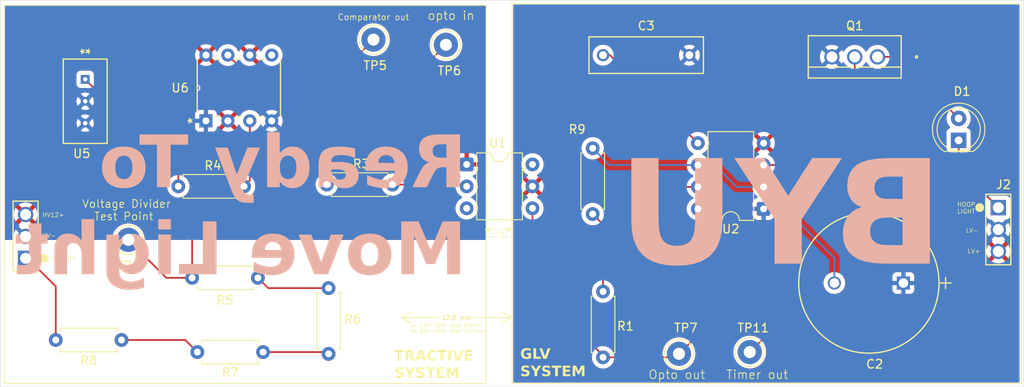
<source format=kicad_pcb>
(kicad_pcb (version 20241229) (generator "pcbnew") (generator_version "9.0")
  (layers (0 "F.Cu" signal) (2 "B.Cu" signal) (13 "F.Paste" user) (15 "B.Paste" user) (5 "F.SilkS" user "F.Silkscreen") (7 "B.SilkS" user "B.Silkscreen") (1 "F.Mask" user) (3 "B.Mask" user) (25 "Edge.Cuts" user))
  (net 0 "")
  (net 1 "Net-(U2-THR)")
  (net 2 "/LV-")
  (net 3 "Net-(U2-CV)")
  (net 4 "/HV-")
  (net 5 "/HV390+")
  (net 6 "/HoopLight")
  (net 7 "/TimerOut")
  (net 8 "Net-(U2-DIS)")
  (net 9 "Net-(U2-VCC)")
  (net 10 "Net-(R3-Pad2)")
  (net 13 "/VolDivTestPoint")
  (net 14 "Net-(R4-Pad2)")
  (net 15 "Net-(R5-Pad2)")
  (net 16 "Net-(R6-Pad2)")
  (net 17 "Net-(R7-Pad2)")
  (net 18 "/HV12+")
  (net 19 "/LV+")
  (net 21 "/comparator out")
  (net 22 "Net-(D1-A)")
  (footprint "Resistor_THT:R_Axial_DIN0207_L6.3mm_D2.5mm_P7.62mm_Horizontal" (layer "F.Cu") (at 148.6 109.59 -90)
    (property "Reference" "R1" (at 4.01 -2.6 180) (layer "F.SilkS"))
    (property "Value" "1kohm" (hide yes))
    (fp_line (start 0.54 1.37) (end 7.08 1.37) (stroke (width 0.12)) (layer "F.SilkS"))
    (fp_line (start 7.08 1.37) (end 7.08 1.04) (stroke (width 0.12)) (layer "F.SilkS"))
    (fp_line (start 0.54 1.04) (end 0.54 1.37) (stroke (width 0.12)) (layer "F.SilkS"))
    (fp_line (start 0.54 -1.04) (end 0.54 -1.37) (stroke (width 0.12)) (layer "F.SilkS"))
    (fp_line (start 0.54 -1.37) (end 7.08 -1.37) (stroke (width 0.12)) (layer "F.SilkS"))
    (fp_line (start 7.08 -1.37) (end 7.08 -1.04) (stroke (width 0.12)) (layer "F.SilkS"))
    (pad "1" thru_hole circle (at 0 0 270) (size 1.6 1.6) (drill 0.8) (layers "*.Cu" "*.Mask") (net 8 "Net-(U2-DIS)"))
    (pad "2" thru_hole circle (at 7.62 0 270) (size 1.6 1.6) (drill 0.8) (layers "*.Cu" "*.Mask") (net 9 "Net-(U2-VCC)"))
  )
  (footprint "Resistor_THT:R_Axial_DIN0207_L6.3mm_D2.5mm_P7.62mm_Horizontal" (layer "F.Cu") (at 109.21 116.6 180)
    (property "Reference" "R7" (at 3.81 -2.37 0) (layer "F.SilkS"))
    (property "Value" "270kohm" (hide yes))
    (fp_line (start 7.08 1.37) (end 7.08 1.04) (stroke (width 0.12)) (layer "F.SilkS"))
    (fp_line (start 7.08 -1.37) (end 7.08 -1.04) (stroke (width 0.12)) (layer "F.SilkS"))
    (fp_line (start 0.54 1.37) (end 7.08 1.37) (stroke (width 0.12)) (layer "F.SilkS"))
    (fp_line (start 0.54 1.04) (end 0.54 1.37) (stroke (width 0.12)) (layer "F.SilkS"))
    (fp_line (start 0.54 -1.04) (end 0.54 -1.37) (stroke (width 0.12)) (layer "F.SilkS"))
    (fp_line (start 0.54 -1.37) (end 7.08 -1.37) (stroke (width 0.12)) (layer "F.SilkS"))
    (pad "1" thru_hole circle (at 0 0 180) (size 1.6 1.6) (drill 0.8) (layers "*.Cu" "*.Mask") (net 16 "Net-(R6-Pad2)"))
    (pad "2" thru_hole circle (at 7.62 0 180) (size 1.6 1.6) (drill 0.8) (layers "*.Cu" "*.Mask") (net 17 "Net-(R7-Pad2)"))
  )
  (footprint "Resistor_THT:R_Axial_DIN0207_L6.3mm_D2.5mm_P7.62mm_Horizontal" (layer "F.Cu") (at 116.59 97.2)
    (property "Reference" "R3" (at 4.01 -2.4 0) (layer "F.SilkS"))
    (property "Value" "1kohm" (hide yes))
    (fp_line (start 0.54 -1.37) (end 7.08 -1.37) (stroke (width 0.12)) (layer "F.SilkS"))
    (fp_line (start 0.54 -1.04) (end 0.54 -1.37) (stroke (width 0.12)) (layer "F.SilkS"))
    (fp_line (start 0.54 1.04) (end 0.54 1.37) (stroke (width 0.12)) (layer "F.SilkS"))
    (fp_line (start 0.54 1.37) (end 7.08 1.37) (stroke (width 0.12)) (layer "F.SilkS"))
    (fp_line (start 7.08 -1.37) (end 7.08 -1.04) (stroke (width 0.12)) (layer "F.SilkS"))
    (fp_line (start 7.08 1.37) (end 7.08 1.04) (stroke (width 0.12)) (layer "F.SilkS"))
    (pad "1" thru_hole circle (at 0 0) (size 1.6 1.6) (drill 0.8) (layers "*.Cu" "*.Mask") (net 21 "/comparator out"))
    (pad "2" thru_hole circle (at 7.62 0) (size 1.6 1.6) (drill 0.8) (layers "*.Cu" "*.Mask") (net 10 "Net-(R3-Pad2)"))
  )
  (footprint "Resistor_THT:R_Axial_DIN0207_L6.3mm_D2.5mm_P7.62mm_Horizontal" (layer "F.Cu") (at 116.8 109.19 -90)
    (property "Reference" "R6" (at 3.61 -2.8 180) (layer "F.SilkS"))
    (property "Value" "270kohm" (hide yes))
    (fp_line (start 0.54 1.37) (end 7.08 1.37) (stroke (width 0.12)) (layer "F.SilkS"))
    (fp_line (start 7.08 1.37) (end 7.08 1.04) (stroke (width 0.12)) (layer "F.SilkS"))
    (fp_line (start 0.54 1.04) (end 0.54 1.37) (stroke (width 0.12)) (layer "F.SilkS"))
    (fp_line (start 0.54 -1.04) (end 0.54 -1.37) (stroke (width 0.12)) (layer "F.SilkS"))
    (fp_line (start 0.54 -1.37) (end 7.08 -1.37) (stroke (width 0.12)) (layer "F.SilkS"))
    (fp_line (start 7.08 -1.37) (end 7.08 -1.04) (stroke (width 0.12)) (layer "F.SilkS"))
    (pad "1" thru_hole circle (at 0 0 270) (size 1.6 1.6) (drill 0.8) (layers "*.Cu" "*.Mask") (net 15 "Net-(R5-Pad2)"))
    (pad "2" thru_hole circle (at 7.62 0 270) (size 1.6 1.6) (drill 0.8) (layers "*.Cu" "*.Mask") (net 16 "Net-(R6-Pad2)"))
  )
  (footprint "Resistor_THT:R_Axial_DIN0207_L6.3mm_D2.5mm_P7.62mm_Horizontal" (layer "F.Cu") (at 92.81 115.2 180)
    (property "Reference" "R8" (at 3.81 -2.37 0) (layer "F.SilkS"))
    (property "Value" "270kohm" (hide yes))
    (fp_line (start 7.08 1.37) (end 7.08 1.04) (stroke (width 0.12)) (layer "F.SilkS"))
    (fp_line (start 7.08 -1.37) (end 7.08 -1.04) (stroke (width 0.12)) (layer "F.SilkS"))
    (fp_line (start 0.54 1.37) (end 7.08 1.37) (stroke (width 0.12)) (layer "F.SilkS"))
    (fp_line (start 0.54 1.04) (end 0.54 1.37) (stroke (width 0.12)) (layer "F.SilkS"))
    (fp_line (start 0.54 -1.04) (end 0.54 -1.37) (stroke (width 0.12)) (layer "F.SilkS"))
    (fp_line (start 0.54 -1.37) (end 7.08 -1.37) (stroke (width 0.12)) (layer "F.SilkS"))
    (pad "1" thru_hole circle (at 0 0 180) (size 1.6 1.6) (drill 0.8) (layers "*.Cu" "*.Mask") (net 17 "Net-(R7-Pad2)"))
    (pad "2" thru_hole circle (at 7.62 0 180) (size 1.6 1.6) (drill 0.8) (layers "*.Cu" "*.Mask") (net 5 "/HV390+"))
  )
  (footprint "TestPoint:TestPoint_Loop_D2.60mm_Drill1.4mm_Beaded" (layer "F.Cu") (at 122 80.4)
    (property "Reference" "TP5" (at 0.2 3 0) (layer "F.SilkS"))
    (property "Value" "TestPoint comp out" (hide yes))
    (fp_circle (center 0 0) (end 1.7 0) (stroke (width 0.12)) (fill no) (layer "F.SilkS"))
    (pad "1" thru_hole circle (at 0 0) (size 2.8 2.8) (drill 1.4) (layers "*.Cu" "*.Mask") (net 21 "/comparator out"))
  )
  (footprint "3pin male header:CONN_G800W305xxxEU_AMP" (layer "F.Cu") (at 81.692 105.74 90)
    (property "Reference" "J1" (at 2.54 0 90) (layer "F.SilkS"))
    (property "Value" "3pin male header")
    (fp_line (start 6.6294 -1.4478) (end -1.5494 -1.4478) (stroke (width 0.1524)) (layer "F.SilkS"))
    (fp_line (start -1.5494 -1.4478) (end -1.5494 1.4478) (stroke (width 0.1524)) (layer "F.SilkS"))
    (fp_line (start 6.6294 1.4478) (end 6.6294 -1.4478) (stroke (width 0.1524)) (layer "F.SilkS"))
    (fp_line (start -1.5494 1.4478) (end 6.6294 1.4478) (stroke (width 0.1524)) (layer "F.SilkS"))
    (fp_circle (center 0 2.159) (end 0.254 2.159) (stroke (width 0.508)) (fill no) (layer "F.SilkS"))
    (pad "1" thru_hole rect (at 0 0 90) (size 1.778 1.778) (drill 1.27) (layers "*.Cu" "*.Mask") (net 5 "/HV390+"))
    (pad "2" thru_hole circle (at 2.54 0 90) (size 1.778 1.778) (drill 1.27) (layers "*.Cu" "*.Mask") (net 4 "/HV-"))
    (pad "3" thru_hole circle (at 5.08 0 90) (size 1.778 1.778) (drill 1.27) (layers "*.Cu" "*.Mask") (net 18 "/HV12+"))
  )
  (footprint "Package_DIP:DIP-6_W7.62mm" (layer "F.Cu") (at 132.8 94.86)
    (property "Reference" "U1" (at 3.6 -2.46 0) (layer "F.SilkS"))
    (property "Value" "4N35 optocoupler" (hide yes))
    (fp_line (start 1.16 -1.33) (end 1.16 6.41) (stroke (width 0.12)) (layer "F.SilkS"))
    (fp_line (start 1.16 6.41) (end 6.46 6.41) (stroke (width 0.12)) (layer "F.SilkS"))
    (fp_line (start 2.81 -1.33) (end 1.16 -1.33) (stroke (width 0.12)) (layer "F.SilkS"))
    (fp_line (start 6.46 -1.33) (end 4.81 -1.33) (stroke (width 0.12)) (layer "F.SilkS"))
    (fp_line (start 6.46 6.41) (end 6.46 -1.33) (stroke (width 0.12)) (layer "F.SilkS"))
    (fp_arc (start 4.81 -1.33) (mid 3.81 -0.33) (end 2.81 -1.33) (stroke (width 0.12)) (layer "F.SilkS"))
    (pad "1" thru_hole roundrect (at 0 0) (size 1.6 1.6) (drill 0.8) (layers "*.Cu" "*.Mask") (roundrect_rratio 0.15625) (net 18 "/HV12+"))
    (pad "2" thru_hole circle (at 0 2.54) (size 1.6 1.6) (drill 0.8) (layers "*.Cu" "*.Mask") (net 10 "Net-(R3-Pad2)"))
    (pad "3" thru_hole circle (at 0 5.08) (size 1.6 1.6) (drill 0.8) (layers "*.Cu" "*.Mask"))
    (pad "4" thru_hole circle (at 7.62 5.08) (size 1.6 1.6) (drill 0.8) (layers "*.Cu" "*.Mask") (net 9 "Net-(U2-VCC)"))
    (pad "5" thru_hole circle (at 7.62 2.54) (size 1.6 1.6) (drill 0.8) (layers "*.Cu" "*.Mask") (net 19 "/LV+"))
    (pad "6" thru_hole circle (at 7.62 0) (size 1.6 1.6) (drill 0.8) (layers "*.Cu" "*.Mask"))
  )
  (footprint "Resistor_THT:R_Axial_DIN0207_L6.3mm_D2.5mm_P7.62mm_Horizontal" (layer "F.Cu") (at 100.99 108)
    (property "Reference" "R5" (at 3.81 2.6 0) (layer "F.SilkS"))
    (property "Value" "270kohm" (hide yes))
    (fp_line (start 0.54 -1.37) (end 7.08 -1.37) (stroke (width 0.12)) (layer "F.SilkS"))
    (fp_line (start 0.54 -1.04) (end 0.54 -1.37) (stroke (width 0.12)) (layer "F.SilkS"))
    (fp_line (start 0.54 1.04) (end 0.54 1.37) (stroke (width 0.12)) (layer "F.SilkS"))
    (fp_line (start 0.54 1.37) (end 7.08 1.37) (stroke (width 0.12)) (layer "F.SilkS"))
    (fp_line (start 7.08 -1.37) (end 7.08 -1.04) (stroke (width 0.12)) (layer "F.SilkS"))
    (fp_line (start 7.08 1.37) (end 7.08 1.04) (stroke (width 0.12)) (layer "F.SilkS"))
    (pad "1" thru_hole circle (at 0 0) (size 1.6 1.6) (drill 0.8) (layers "*.Cu" "*.Mask") (net 13 "/VolDivTestPoint"))
    (pad "2" thru_hole circle (at 7.62 0) (size 1.6 1.6) (drill 0.8) (layers "*.Cu" "*.Mask") (net 15 "Net-(R5-Pad2)"))
  )
  (footprint "TestPoint:TestPoint_Loop_D2.60mm_Drill1.4mm_Beaded" (layer "F.Cu") (at 157.4 116.8)
    (property "Reference" "TP7" (at 0.8 -3 0) (layer "F.SilkS"))
    (property "Value" "TestPoint opto out" (hide yes))
    (fp_circle (center 0 0) (end 1.7 0) (stroke (width 0.12)) (fill no) (layer "F.SilkS"))
    (pad "1" thru_hole circle (at 0 0) (size 2.8 2.8) (drill 1.4) (layers "*.Cu" "*.Mask") (net 9 "Net-(U2-VCC)"))
  )
  (footprint "Resistor_THT:R_Axial_DIN0207_L6.3mm_D2.5mm_P7.62mm_Horizontal" (layer "F.Cu") (at 147.4 92.99 -90)
    (property "Reference" "R9" (at -2.19 1.8 180) (layer "F.SilkS"))
    (property "Value" "10kohm" (hide yes))
    (fp_line (start 0.54 1.37) (end 7.08 1.37) (stroke (width 0.12)) (layer "F.SilkS"))
    (fp_line (start 7.08 1.37) (end 7.08 1.04) (stroke (width 0.12)) (layer "F.SilkS"))
    (fp_line (start 0.54 1.04) (end 0.54 1.37) (stroke (width 0.12)) (layer "F.SilkS"))
    (fp_line (start 0.54 -1.04) (end 0.54 -1.37) (stroke (width 0.12)) (layer "F.SilkS"))
    (fp_line (start 0.54 -1.37) (end 7.08 -1.37) (stroke (width 0.12)) (layer "F.SilkS"))
    (fp_line (start 7.08 -1.37) (end 7.08 -1.04) (stroke (width 0.12)) (layer "F.SilkS"))
    (pad "1" thru_hole circle (at 0 0 270) (size 1.6 1.6) (drill 0.8) (layers "*.Cu" "*.Mask") (net 1 "Net-(U2-THR)"))
    (pad "2" thru_hole circle (at 7.62 0 270) (size 1.6 1.6) (drill 0.8) (layers "*.Cu" "*.Mask") (net 8 "Net-(U2-DIS)"))
  )
  (footprint "pot 10k:3296W-1-103_BRN" (layer "F.Cu") (at 88.6 85 -90)
    (property "Reference" "U5" (at 8.6 0.4 0) (layer "F.SilkS"))
    (property "Value" "10k Potentiometer" (hide yes))
    (fp_line (start -2.3495 2.54) (end 7.4295 2.54) (stroke (width 0.1524)) (layer "F.SilkS"))
    (fp_line (start 7.4295 2.54) (end 7.4295 -2.54) (stroke (width 0.1524)) (layer "F.SilkS"))
    (fp_line (start -2.3495 -2.54) (end -2.3495 2.54) (stroke (width 0.1524)) (layer "F.SilkS"))
    (fp_line (start 7.4295 -2.54) (end -2.3495 -2.54) (stroke (width 0.1524)) (layer "F.SilkS"))
    (fp_text user "*" (at -3.2385 0 270) (layer "F.SilkS"))
    (fp_text user "*" (at -3.2385 0 90) (layer "F.SilkS"))
    (pad "1" thru_hole rect (at 0 0 270) (size 1.016 1.016) (drill 0.508) (layers "*.Cu" "*.Mask") (net 14 "Net-(R4-Pad2)"))
    (pad "2" thru_hole circle (at 2.54 0 270) (size 1.016 1.016) (drill 0.508) (layers "*.Cu" "*.Mask") (net 4 "/HV-"))
    (pad "3" thru_hole circle (at 5.08 0 270) (size 1.016 1.016) (drill 0.508) (layers "*.Cu" "*.Mask") (net 4 "/HV-"))
  )
  (footprint "Package_DIP:DIP-8_W7.62mm" (layer "F.Cu") (at 167.205 100.01 180)
    (property "Reference" "U2" (at 3.81 -2.33 0) (layer "F.SilkS"))
    (property "Value" "NE555P timer" (hide yes))
    (fp_line (start 6.46 8.95) (end 6.46 -1.33) (stroke (width 0.12)) (layer "F.SilkS"))
    (fp_line (start 6.46 -1.33) (end 4.81 -1.33) (stroke (width 0.12)) (layer "F.SilkS"))
    (fp_line (start 2.81 -1.33) (end 1.16 -1.33) (stroke (width 0.12)) (layer "F.SilkS"))
    (fp_line (start 1.16 8.95) (end 6.46 8.95) (stroke (width 0.12)) (layer "F.SilkS"))
    (fp_line (start 1.16 -1.33) (end 1.16 8.95) (stroke (width 0.12)) (layer "F.SilkS"))
    (fp_arc (start 4.81 -1.33) (mid 3.81 -0.33) (end 2.81 -1.33) (stroke (width 0.12)) (layer "F.SilkS"))
    (pad "1" thru_hole roundrect (at 0 0 180) (size 1.6 1.6) (drill 0.8) (layers "*.Cu" "*.Mask") (roundrect_rratio 0.15625) (net 2 "/LV-"))
    (pad "2" thru_hole circle (at 0 2.54 180) (size 1.6 1.6) (drill 0.8) (layers "*.Cu" "*.Mask") (net 1 "Net-(U2-THR)"))
    (pad "3" thru_hole circle (at 0 5.08 180) (size 1.6 1.6) (drill 0.8) (layers "*.Cu" "*.Mask") (net 7 "/TimerOut"))
    (pad "4" thru_hole circle (at 0 7.62 180) (size 1.6 1.6) (drill 0.8) (layers "*.Cu" "*.Mask") (net 19 "/LV+"))
    (pad "5" thru_hole circle (at 7.62 7.62 180) (size 1.6 1.6) (drill 0.8) (layers "*.Cu" "*.Mask") (net 3 "Net-(U2-CV)"))
    (pad "6" thru_hole circle (at 7.62 5.08 180) (size 1.6 1.6) (drill 0.8) (layers "*.Cu" "*.Mask") (net 1 "Net-(U2-THR)"))
    (pad "7" thru_hole circle (at 7.62 2.54 180) (size 1.6 1.6) (drill 0.8) (layers "*.Cu" "*.Mask") (net 8 "Net-(U2-DIS)"))
    (pad "8" thru_hole circle (at 7.62 0 180) (size 1.6 1.6) (drill 0.8) (layers "*.Cu" "*.Mask") (net 9 "Net-(U2-VCC)"))
  )
  (footprint "TestPoint:TestPoint_Loop_D2.60mm_Drill1.4mm_Beaded" (layer "F.Cu") (at 93.6 103.6)
    (property "Reference" "TP1" (at 0 3 0) (layer "F.SilkS"))
    (property "Value" "TestPoint VolDiv" (hide yes))
    (fp_circle (center 0 0) (end 1.7 0) (stroke (width 0.12)) (fill no) (layer "F.SilkS"))
    (pad "1" thru_hole circle (at 0 0) (size 2.8 2.8) (drill 1.4) (layers "*.Cu" "*.Mask") (net 13 "/VolDivTestPoint"))
  )
  (footprint "TestPoint:TestPoint_Loop_D2.60mm_Drill1.4mm_Beaded" (layer "F.Cu") (at 130.4 81)
    (property "Reference" "TP6" (at 0.4 3 0) (layer "F.SilkS"))
    (property "Value" "TestPoint opto in" (hide yes))
    (fp_circle (center 0 0) (end 1.7 0) (stroke (width 0.12)) (fill no) (layer "F.SilkS"))
    (pad "1" thru_hole circle (at 0 0) (size 2.8 2.8) (drill 1.4) (layers "*.Cu" "*.Mask") (net 10 "Net-(R3-Pad2)"))
  )
  (footprint "22uf capacitor:PCAP_16x20-THRU-ELECT_NCA" (layer "F.Cu") (at 183.4 108.6 180)
    (property "Reference" "C2" (at 3.33375 -9.4 0) (layer "F.SilkS"))
    (property "Value" "22uf" (hide yes))
    (fp_line (start -4.8895 -0.635) (end -4.8895 0.635) (stroke (width 0.1524)) (layer "F.SilkS"))
    (fp_line (start -5.5245 0) (end -4.2545 0) (stroke (width 0.1524)) (layer "F.SilkS"))
    (fp_circle (center 4.0005 0) (end 12.1285 0) (stroke (width 0.1524)) (fill no) (layer "F.SilkS"))
    (pad "1" thru_hole rect (at 0 0 180) (size 1.524 1.524) (drill 1.1176) (layers "*.Cu" "*.Mask") (net 2 "/LV-"))
    (pad "2" thru_hole circle (at 8.001 0 180) (size 1.524 1.524) (drill 1.1176) (layers "*.Cu" "*.Mask") (net 1 "Net-(U2-THR)"))
  )
  (footprint "LM311N_NOPB:N08E" (layer "F.Cu") (at 110.21 82.19 90)
    (property "Reference" "U6" (at -3.81 -10.61 0) (layer "F.SilkS"))
    (property "Value" "LM311N/NOPB comparator" (hide yes))
    (fp_line (start -0.508 -8.636) (end -6.643058 -8.636) (stroke (width 0.1524)) (layer "F.SilkS"))
    (fp_line (start -7.112 -6.52526) (end -7.112 -6.049738) (stroke (width 0.1524)) (layer "F.SilkS"))
    (fp_line (start -0.508 -6.049738) (end -0.508 -6.650262) (stroke (width 0.1524)) (layer "F.SilkS"))
    (fp_line (start -7.112 -4.110262) (end -7.112 -3.509738) (stroke (width 0.1524)) (layer "F.SilkS"))
    (fp_line (start -0.508 -3.509738) (end -0.508 -4.110262) (stroke (width 0.1524)) (layer "F.SilkS"))
    (fp_line (start -7.112 -1.570262) (end -7.112 -0.969738) (stroke (width 0.1524)) (layer "F.SilkS"))
    (fp_line (start -0.508 -0.969738) (end -0.508 -1.570262) (stroke (width 0.1524)) (layer "F.SilkS"))
    (fp_line (start -7.112 1.016) (end -0.508 1.016) (stroke (width 0.1524)) (layer "F.SilkS"))
    (fp_arc (start -3.5052 -8.636) (mid -3.81 -8.3312) (end -4.1148 -8.636) (stroke (width 0.1524)) (layer "F.SilkS"))
    (fp_text user "*" (at -7.62 -9.144 90) (layer "F.SilkS"))
    (fp_text user "*" (at -7.62 -9.144 90) (layer "F.SilkS"))
    (pad "1" thru_hole rect (at -7.62 -7.62 90) (size 1.524 1.524) (drill 0.8128) (layers "*.Cu" "*.Mask") (net 4 "/HV-"))
    (pad "2" thru_hole circle (at -7.62 -5.08 90) (size 1.524 1.524) (drill 0.8128) (layers "*.Cu" "*.Mask") (net 18 "/HV12+"))
    (pad "3" thru_hole circle (at -7.62 -2.54 90) (size 1.524 1.524) (drill 0.8128) (layers "*.Cu" "*.Mask") (net 13 "/VolDivTestPoint"))
    (pad "4" thru_hole circle (at -7.62 0 90) (size 1.524 1.524) (drill 0.8128) (layers "*.Cu" "*.Mask") (net 4 "/HV-"))
    (pad "5" thru_hole circle (at 0 0 90) (size 1.524 1.524) (drill 0.8128) (layers "*.Cu" "*.Mask"))
    (pad "6" thru_hole circle (at 0 -2.54 90) (size 1.524 1.524) (drill 0.8128) (layers "*.Cu" "*.Mask") (net 18 "/HV12+"))
    (pad "7" thru_hole circle (at 0 -5.08 90) (size 1.524 1.524) (drill 0.8128) (layers "*.Cu" "*.Mask") (net 21 "/comparator out"))
    (pad "8" thru_hole circle (at 0 -7.62 90) (size 1.524 1.524) (drill 0.8128) (layers "*.Cu" "*.Mask") (net 18 "/HV12+"))
  )
  (footprint "3pin male header:CONN_G800W305xxxEU_AMP" (layer "F.Cu") (at 194.4 99.86 -90)
    (property "Reference" "J2" (at -2.66 -0.6 0) (layer "F.SilkS"))
    (property "Value" "3pin male header")
    (fp_line (start -1.5494 1.4478) (end 6.6294 1.4478) (stroke (width 0.1524)) (layer "F.SilkS"))
    (fp_line (start 6.6294 1.4478) (end 6.6294 -1.4478) (stroke (width 0.1524)) (layer "F.SilkS"))
    (fp_line (start -1.5494 -1.4478) (end -1.5494 1.4478) (stroke (width 0.1524)) (layer "F.SilkS"))
    (fp_line (start 6.6294 -1.4478) (end -1.5494 -1.4478) (stroke (width 0.1524)) (layer "F.SilkS"))
    (fp_circle (center 0 2.159) (end 0.254 2.159) (stroke (width 0.508)) (fill no) (layer "F.SilkS"))
    (pad "1" thru_hole rect (at 0 0 270) (size 1.778 1.778) (drill 1.27) (layers "*.Cu" "*.Mask") (net 6 "/HoopLight"))
    (pad "2" thru_hole circle (at 2.54 0 270) (size 1.778 1.778) (drill 1.27) (layers "*.Cu" "*.Mask") (net 2 "/LV-"))
    (pad "3" thru_hole circle (at 5.08 0 270) (size 1.778 1.778) (drill 1.27) (layers "*.Cu" "*.Mask") (net 19 "/LV+"))
  )
  (footprint "TestPoint:TestPoint_Loop_D2.60mm_Drill1.4mm_Beaded" (layer "F.Cu") (at 165.6 116.6)
    (property "Reference" "TP11" (at 0.4 -2.8 0) (layer "F.SilkS"))
    (property "Value" "TestPoint timer out" (hide yes))
    (fp_circle (center 0 0) (end 1.7 0) (stroke (width 0.12)) (fill no) (layer "F.SilkS"))
    (pad "1" thru_hole circle (at 0 0) (size 2.8 2.8) (drill 1.4) (layers "*.Cu" "*.Mask") (net 7 "/TimerOut"))
  )
  (footprint "MOSFET_N_TO220:TO220AB_VIS" (layer "F.Cu") (at 180.4 82.4 180)
    (property "Reference" "Q1" (at 2.64 3.6 0) (layer "F.SilkS"))
    (property "Value" "NMOS")
    (fp_line (start 8.0248 2.4511) (end 8.0248 -2.4511) (stroke (width 0.1524)) (layer "F.SilkS"))
    (fp_line (start 8.0248 -2.4511) (end -2.7448 -2.4511) (stroke (width 0.1524)) (layer "F.SilkS"))
    (fp_line (start 5.592492 -1.1811) (end 7.8978 -1.1811) (stroke (width 0.1524)) (layer "F.SilkS"))
    (fp_line (start 2.952492 -1.1811) (end 4.967507 -1.1811) (stroke (width 0.1524)) (layer "F.SilkS"))
    (fp_line (start 0.312492 -1.1811) (end 2.327507 -1.1811) (stroke (width 0.1524)) (layer "F.SilkS"))
    (fp_line (start -2.6178 -1.1811) (end -0.312492 -1.1811) (stroke (width 0.1524)) (layer "F.SilkS"))
    (fp_line (start -2.7448 2.4511) (end 8.0248 2.4511) (stroke (width 0.1524)) (layer "F.SilkS"))
    (fp_line (start -2.7448 -2.4511) (end -2.7448 2.4511) (stroke (width 0.1524)) (layer "F.SilkS"))
    (fp_circle (center -4.5228 0) (end -4.3958 0) (stroke (width 0.1524)) (fill no) (layer "F.SilkS"))
    (pad "1" thru_hole circle (at 0 0 180) (size 1.778 1.778) (drill 1.27) (layers "*.Cu" "*.Mask") (net 22 "Net-(D1-A)"))
    (pad "2" thru_hole circle (at 2.64 0 180) (size 1.778 1.778) (drill 1.27) (layers "*.Cu" "*.Mask") (net 7 "/TimerOut"))
    (pad "3" thru_hole circle (at 5.279999 0 180) (size 1.778 1.778) (drill 1.27) (layers "*.Cu" "*.Mask") (net 2 "/LV-"))
  )
  (footprint "LED_THT:LED_D5.0mm_FlatTop" (layer "F.Cu") (at 189.8 92.065 90)
    (property "Reference" "D1" (at 5.665 0.4 180) (layer "F.SilkS"))
    (property "Value" "LED")
    (fp_line (start -1.29 -1.64) (end -1.29 1.64) (stroke (width 0.12)) (layer "F.SilkS"))
    (fp_arc (start -1.29 -1.639512) (mid 2.124166 -2.917533) (end 4.31 0) (stroke (width 0.12)) (layer "F.SilkS"))
    (fp_arc (start 4.31 0) (mid 2.124166 2.917533) (end -1.29 1.639512) (stroke (width 0.12)) (layer "F.SilkS"))
    (fp_circle (center 1.27 0) (end 3.77 0) (stroke (width 0.12)) (fill no) (layer "F.SilkS"))
    (pad "1" thru_hole rect (at 0 0 90) (size 1.8 1.8) (drill 0.9) (layers "*.Cu" "*.Mask") (net 6 "/HoopLight"))
    (pad "2" thru_hole circle (at 2.54 0 90) (size 1.8 1.8) (drill 0.9) (layers "*.Cu" "*.Mask") (net 22 "Net-(D1-A)"))
  )
  (footprint "10nf capacitor:CAP_B32021_TDK" (layer "F.Cu") (at 158.6 82.2 180)
    (property "Reference" "C3" (at 5 3.4 0) (layer "F.SilkS"))
    (property "Value" "10nf" (hide yes))
    (fp_line (start 11.6294 2.1209) (end -1.6294 2.1209) (stroke (width 0.1524)) (layer "F.SilkS"))
    (fp_line (start 11.6294 -2.1209) (end 11.6294 2.1209) (stroke (width 0.1524)) (layer "F.SilkS"))
    (fp_line (start 11.6294 -2.1209) (end -1.6294 -2.1209) (stroke (width 0.1524)) (layer "F.SilkS"))
    (fp_line (start -1.6294 -2.1209) (end -1.6294 2.1209) (stroke (width 0.1524)) (layer "F.SilkS"))
    (pad "1" thru_hole circle (at 0 0 180) (size 1.4224 1.4224) (drill 0.9144) (layers "*.Cu" "*.Mask") (net 2 "/LV-"))
    (pad "2" thru_hole circle (at 10 0 180) (size 1.4224 1.4224) (drill 0.9144) (layers "*.Cu" "*.Mask") (net 3 "Net-(U2-CV)"))
  )
  (footprint "Resistor_THT:R_Axial_DIN0207_L6.3mm_D2.5mm_P7.62mm_Horizontal" (layer "F.Cu") (at 107.01 97.4 180)
    (property "Reference" "R4" (at 3.61 2.4 180) (layer "F.SilkS"))
    (property "Value" "270kohm" (hide yes))
    (fp_line (start 7.08 1.37) (end 7.08 1.04) (stroke (width 0.12)) (layer "F.SilkS"))
    (fp_line (start 7.08 -1.37) (end 7.08 -1.04) (stroke (width 0.12)) (layer "F.SilkS"))
    (fp_line (start 0.54 1.37) (end 7.08 1.37) (stroke (width 0.12)) (layer "F.SilkS"))
    (fp_line (start 0.54 1.04) (end 0.54 1.37) (stroke (width 0.12)) (layer "F.SilkS"))
    (fp_line (start 0.54 -1.04) (end 0.54 -1.37) (stroke (width 0.12)) (layer "F.SilkS"))
    (fp_line (start 0.54 -1.37) (end 7.08 -1.37) (stroke (width 0.12)) (layer "F.SilkS"))
    (pad "1" thru_hole circle (at 0 0 180) (size 1.6 1.6) (drill 0.8) (layers "*.Cu" "*.Mask") (net 13 "/VolDivTestPoint"))
    (pad "2" thru_hole circle (at 7.62 0 180) (size 1.6 1.6) (drill 0.8) (layers "*.Cu" "*.Mask") (net 14 "Net-(R4-Pad2)"))
  )
  (gr_rect (start 138.054101 76.233402) (end 197.0541 120.233402) (stroke (width 0.1)) (fill no) (layer "F.SilkS"))
  (gr_rect (start 79.254101 76.433402) (end 135.054101 120.233402) (stroke (width 0.1)) (fill no) (layer "F.SilkS"))
  (gr_rect (start 78.754101 75.833402) (end 197.354101 120.633402) (stroke (width 0.05)) (fill no) (layer "Edge.Cuts"))
  (gr_text "HV-" (at 83.6 103.4 0) (layer "F.SilkS") (effects (font (size 0.5 0.5) (thickness 0.0625)) (justify left bottom)))
  (gr_text "TRACTIVE \nSYSTEM" (at 124.4 119.8 0) (layer "F.SilkS") (effects (font (size 1.2 1.2) (thickness 0.1875)) (justify left bottom)))
  (gr_text "GLV\nSYSTEM" (at 139 119.6 0) (layer "F.SilkS") (effects (font (size 1.2 1.2) (thickness 0.1875)) (justify left bottom)))
  (gr_text "for 0-50V \nneed 1.6mm" (at 135.4 103.4 0) (layer "F.SilkS") (effects (font (size 0.25 0.25) (thickness 0.03125)) (justify left bottom)))
  (gr_text "opto in" (at 128.2 78.2 0) (layer "F.SilkS") (effects (font (size 1 1) (thickness 0.1)) (justify left bottom)))
  (gr_text "Comparator out" (at 117.8 78.2 0) (layer "F.SilkS") (effects (font (size 0.7 0.7) (thickness 0.0875)) (justify left bottom)))
  (gr_text "for 150-300V need 9.5mm\nfor 300-500V need 12.7mm" (at 126.2 114.4 0) (layer "F.SilkS") (effects (font (size 0.4 0.4) (thickness 0.05)) (justify left bottom)))
  (gr_text "LV+\n" (at 190.8 105.2 0) (layer "F.SilkS") (effects (font (size 0.5 0.5) (thickness 0.0625)) (justify left bottom)))
  (gr_text "HV12+" (at 83.6 101 0) (layer "F.SilkS") (effects (font (size 0.5 0.5) (thickness 0.0625)) (justify left bottom)))
  (gr_text "HOOP\nLIGHT" (at 189.6 100.6 0) (layer "F.SilkS") (effects (font (size 0.5 0.5) (thickness 0.0625)) (justify left bottom)))
  (gr_text "HV390+" (at 84.6 106 0) (layer "F.SilkS") (effects (font (size 0.5 0.5) (thickness 0.0625)) (justify left bottom)))
  (gr_text "Opto out" (at 153.8 119.8 0) (layer "F.SilkS") (effects (font (size 1 1) (thickness 0.1)) (justify left bottom)))
  (gr_text "Voltage Divider \n  Test Point" (at 88.2 101.4 0) (layer "F.SilkS") (effects (font (size 0.9 0.9) (thickness 0.1)) (justify left bottom)))
  (gr_text "LV-" (at 190.6 102.8 0) (layer "F.SilkS") (effects (font (size 0.5 0.5) (thickness 0.0625)) (justify left bottom)))
  (gr_text "Timer out" (at 162.8 119.8 0) (layer "F.SilkS") (effects (font (size 1 1) (thickness 0.1)) (justify left bottom)))
  (gr_text "BYU" (at 188 108.4 0) (layer "B.SilkS") (effects (font (size 12 12) (thickness 2.4) (bold yes)) (justify left bottom mirror)))
  (gr_text "Ready To \nMove Light" (at 132.8 108.6 0) (layer "B.SilkS") (effects (font (size 6 6) (thickness 0.1)) (justify left bottom mirror)))
  (dimension (type orthogonal) (layer "F.SilkS") (pts (xy 125.2 112.6) (xy 138 112.6)) (height 0) (orientation 0) (format (prefix "") (suffix "") (units 3) (units_format 1) (precision 4) (suppress_zeroes yes)) (style (thickness 0.1) (arrow_length 1.27) (text_position_mode 1) (arrow_direction outward) (extension_height 0.58642) (extension_offset 0.5) (keep_text_aligned yes)) (gr_text "12.8 mm" (at 131.6 112.6 0) (layer "F.SilkS") (effects (font (size 0.5 0.5) (thickness 0.1) (bold yes)))))
  (dimension (type orthogonal) (layer "F.SilkS") (pts (xy 135 102.4) (xy 138 102.4)) (height 0) (orientation 0) (format (prefix "") (suffix "") (units 2) (units_format 1) (precision 2) (suppress_zeroes yes)) (style (thickness 0.1) (arrow_length 0.5) (text_position_mode 2) (arrow_direction outward) (extension_height 0.58642) (extension_offset 0.5) (keep_text_aligned yes)) (gr_text "3 mm" (at 136.444437 102.4 0) (layer "F.SilkS") (effects (font (size 0.25 0.25)))))
  (segment (start 147.41 92.99) (end 147.6 92.8) (width 0.2) (layer "B.Cu") (net 1))
  (segment (start 147.6 93.18) (end 149.35 94.93) (width 0.2) (layer "B.Cu") (net 1))
  (segment (start 159.585 94.93) (end 161.53 94.93) (width 0.2) (layer "B.Cu") (net 1))
  (segment (start 147.6 92.8) (end 147.6 93.18) (width 0.2) (layer "B.Cu") (net 1))
  (segment (start 149.35 94.93) (end 159.585 94.93) (width 0.2) (layer "B.Cu") (net 1))
  (segment (start 167.205 97.47) (end 175.399 105.664) (width 0.2) (layer "B.Cu") (net 1))
  (segment (start 164.07 97.47) (end 167.205 97.47) (width 0.2) (layer "B.Cu") (net 1))
  (segment (start 175.399 105.664) (end 175.399 108.6) (width 0.2) (layer "B.Cu") (net 1))
  (segment (start 147.4 92.99) (end 147.41 92.99) (width 0.2) (layer "B.Cu") (net 1))
  (segment (start 161.53 94.93) (end 164.07 97.47) (width 0.2) (layer "B.Cu") (net 1))
  (segment (start 149.395 82.2) (end 159.585 92.39) (width 0.2) (layer "F.Cu") (net 3))
  (segment (start 148.6 82.2) (end 149.395 82.2) (width 0.2) (layer "F.Cu") (net 3))
  (segment (start 81.8 105.6) (end 85.19 108.99) (width 0.2) (layer "F.Cu") (net 5))
  (segment (start 81.692 105.74) (end 81.692 105.708) (width 0.2) (layer "F.Cu") (net 5))
  (segment (start 81.692 105.708) (end 81.8 105.6) (width 0.2) (layer "F.Cu") (net 5))
  (segment (start 85.19 108.99) (end 85.19 115.2) (width 0.2) (layer "F.Cu") (net 5))
  (segment (start 189.8 95.26) (end 194.4 99.86) (width 0.2) (layer "F.Cu") (net 6))
  (segment (start 189.8 92.065) (end 189.8 95.26) (width 0.2) (layer "F.Cu") (net 6))
  (segment (start 177.76 86.44) (end 177.76 82.4) (width 0.2) (layer "F.Cu") (net 7))
  (segment (start 169 94.8) (end 168.87 94.93) (width 0.2) (layer "F.Cu") (net 7))
  (segment (start 165.4 116.4) (end 165.8 116.4) (width 0.2) (layer "F.Cu") (net 7))
  (segment (start 169.4 94.8) (end 169 94.8) (width 0.2) (layer "F.Cu") (net 7))
  (segment (start 165.8 116.4) (end 169.4 112.8) (width 0.2) (layer "F.Cu") (net 7))
  (segment (start 165.6 116.6) (end 165.6 116.4) (width 0.2) (layer "F.Cu") (net 7))
  (segment (start 169.4 94.8) (end 177.76 86.44) (width 0.2) (layer "F.Cu") (net 7))
  (segment (start 169.4 112.8) (end 169.4 94.8) (width 0.2) (layer "F.Cu") (net 7))
  (segment (start 165.6 116.6) (end 165.4 116.4) (width 0.2) (layer "F.Cu") (net 7))
  (segment (start 168.87 94.93) (end 167.205 94.93) (width 0.2) (layer "F.Cu") (net 7))
  (segment (start 157.13 96.87) (end 157.185 96.87) (width 0.2) (layer "F.Cu") (net 8))
  (segment (start 148.6 109.59) (end 148.6 101.81) (width 0.2) (layer "F.Cu") (net 8))
  (segment (start 148.79 101.81) (end 153.73 96.87) (width 0.2) (layer "F.Cu") (net 8))
  (segment (start 157.73 97.47) (end 159.585 97.47) (width 0.2) (layer "F.Cu") (net 8))
  (segment (start 148.6 101.81) (end 147.4 100.61) (width 0.2) (layer "F.Cu") (net 8))
  (segment (start 157.13 96.87) (end 157.73 97.47) (width 0.2) (layer "F.Cu") (net 8))
  (segment (start 153.73 96.87) (end 157.13 96.87) (width 0.2) (layer "F.Cu") (net 8))
  (segment (start 148.6 101.81) (end 148.79 101.81) (width 0.2) (layer "F.Cu") (net 8))
  (segment (start 140.42 108.82) (end 140.42 99.94) (width 0.2) (layer "F.Cu") (net 9))
  (segment (start 148.81 117) (end 148.6 117.21) (width 0.2) (layer "F.Cu") (net 9))
  (segment (start 159.585 114.615) (end 157.4 116.8) (width 0.2) (layer "F.Cu") (net 9))
  (segment (start 156.99 117.21) (end 157.4 116.8) (width 0.2) (layer "F.Cu") (net 9))
  (segment (start 148.6 117.21) (end 148.79 117.21) (width 0.2) (layer "F.Cu") (net 9))
  (segment (start 159.585 100.01) (end 159.585 114.615) (width 0.2) (layer "F.Cu") (net 9))
  (segment (start 148.8 117.2) (end 140.42 108.82) (width 0.2) (layer "F.Cu") (net 9))
  (segment (start 148.79 117.21) (end 148.8 117.2) (width 0.2) (layer "F.Cu") (net 9))
  (segment (start 148.6 117.21) (end 156.99 117.21) (width 0.2) (layer "F.Cu") (net 9))
  (segment (start 130.4 81) (end 128.8 82.6) (width 0.2) (layer "F.Cu") (net 10))
  (segment (start 132.6 97.2) (end 132.8 97.4) (width 0.2) (layer "F.Cu") (net 10))
  (segment (start 124.21 97.2) (end 128.8 97.2) (width 0.2) (layer "F.Cu") (net 10))
  (segment (start 128.8 97.2) (end 132.6 97.2) (width 0.2) (layer "F.Cu") (net 10))
  (segment (start 128.8 82.6) (end 128.8 97.2) (width 0.2) (layer "F.Cu") (net 10))
  (segment (start 100.99 108) (end 100.99 103.42) (width 0.2) (layer "F.Cu") (net 13))
  (segment (start 107.67 96.73) (end 107.67 89.81) (width 0.2) (layer "F.Cu") (net 13))
  (segment (start 98 108) (end 93.6 103.6) (width 0.2) (layer "F.Cu") (net 13))
  (segment (start 100.99 103.42) (end 107.01 97.4) (width 0.2) (layer "F.Cu") (net 13))
  (segment (start 107.01 97.4) (end 107.01 97.39) (width 0.2) (layer "F.Cu") (net 13))
  (segment (start 100.99 108) (end 98 108) (width 0.2) (layer "F.Cu") (net 13))
  (segment (start 107.01 97.39) (end 107.67 96.73) (width 0.2) (layer "F.Cu") (net 13))
  (segment (start 99.39 95.79) (end 88.6 85) (width 0.2) (layer "F.Cu") (net 14))
  (segment (start 99.39 97.4) (end 99.39 95.79) (width 0.2) (layer "F.Cu") (net 14))
  (segment (start 116.8 109.19) (end 109.8 109.19) (width 0.2) (layer "F.Cu") (net 15))
  (segment (start 109.8 109.19) (end 108.61 108) (width 0.2) (layer "F.Cu") (net 15))
  (segment (start 109.21 116.6) (end 116.59 116.6) (width 0.2) (layer "F.Cu") (net 16))
  (segment (start 116.59 116.6) (end 116.8 116.81) (width 0.2) (layer "F.Cu") (net 16))
  (segment (start 100.19 115.2) (end 101.59 116.6) (width 0.2) (layer "F.Cu") (net 17))
  (segment (start 92.81 115.2) (end 100.19 115.2) (width 0.2) (layer "F.Cu") (net 17))
  (segment (start 116.59 85.81) (end 108.75 85.81) (width 0.2) (layer "F.Cu") (net 21))
  (segment (start 108.75 85.81) (end 105.13 82.19) (width 0.2) (layer "F.Cu") (net 21))
  (segment (start 116.59 85.81) (end 122 80.4) (width 0.2) (layer "F.Cu") (net 21))
  (segment (start 116.59 97.2) (end 116.59 85.81) (width 0.2) (layer "F.Cu") (net 21))
  (segment (start 180.4 82.4) (end 182.675 82.4) (width 0.2) (layer "F.Cu") (net 22))
  (segment (start 182.675 82.4) (end 189.8 89.525) (width 0.2) (layer "F.Cu") (net 22))
  (zone (net 18) (net_name "/HV12+") (layer "F.Cu") (priority 3) (connect_pads (clearance 0.5)) (min_thickness 0.25) (fill yes (thermal_gap 0.5) (thermal_bridge_width 0.5))
    (polygon (pts (xy 79.2 76.4) (xy 135 76.4) (xy 135 103.6) (xy 79.2 103.6)))
  )
  (zone (net 19) (net_name "/LV+") (layer "F.Cu") (priority 1) (connect_pads (clearance 0.5)) (min_thickness 0.25) (fill yes (thermal_gap 0.5) (thermal_bridge_width 0.5))
    (polygon (pts (xy 138.2 76.2) (xy 197.2 76.2) (xy 197.2 120.2) (xy 197.2 120.2) (xy 138.2 120.2)))
  )
  (zone (net 2) (net_name "/LV-") (layer "B.Cu") (priority 2) (connect_pads (clearance 0.5)) (min_thickness 0.25) (fill yes (thermal_gap 0.5) (thermal_bridge_width 0.5))
    (polygon (pts (xy 138.2 76.2) (xy 197.2 76.2) (xy 197.2 120.2) (xy 138.2 120.2)))
  )
  (zone (net 4) (net_name "/HV-") (layer "B.Cu") (priority 3) (connect_pads (clearance 0.5)) (min_thickness 0.25) (fill yes (thermal_gap 0.5) (thermal_bridge_width 0.5))
    (polygon (pts (xy 79.2 76.4) (xy 135 76.4) (xy 135 103.6) (xy 79.2 103.6)))
  )
)
</source>
